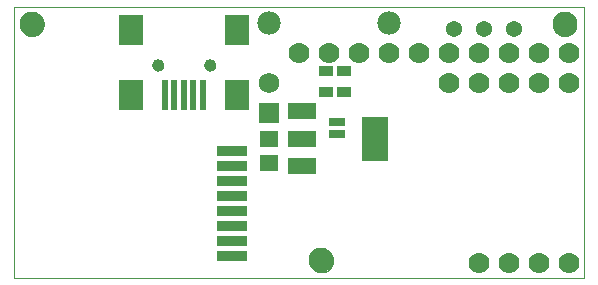
<source format=gbs>
G75*
%MOIN*%
%OFA0B0*%
%FSLAX25Y25*%
%IPPOS*%
%LPD*%
%AMOC8*
5,1,8,0,0,1.08239X$1,22.5*
%
%ADD10C,0.00000*%
%ADD11C,0.08274*%
%ADD12C,0.07000*%
%ADD13C,0.05400*%
%ADD14C,0.07800*%
%ADD15R,0.02369X0.10243*%
%ADD16R,0.08274X0.10243*%
%ADD17C,0.03943*%
%ADD18R,0.10400X0.03400*%
%ADD19R,0.09200X0.05200*%
%ADD20R,0.09061X0.14573*%
%ADD21R,0.05400X0.02900*%
%ADD22R,0.06900X0.06900*%
%ADD23C,0.06900*%
%ADD24R,0.06306X0.05518*%
%ADD25R,0.05124X0.03550*%
D10*
X0001250Y0006360D02*
X0001250Y0096911D01*
X0191250Y0096911D01*
X0191250Y0006360D01*
X0001250Y0006360D01*
X0099675Y0012266D02*
X0099677Y0012391D01*
X0099683Y0012516D01*
X0099693Y0012640D01*
X0099707Y0012764D01*
X0099724Y0012888D01*
X0099746Y0013011D01*
X0099772Y0013133D01*
X0099801Y0013255D01*
X0099834Y0013375D01*
X0099872Y0013494D01*
X0099912Y0013613D01*
X0099957Y0013729D01*
X0100005Y0013844D01*
X0100057Y0013958D01*
X0100113Y0014070D01*
X0100172Y0014180D01*
X0100234Y0014288D01*
X0100300Y0014395D01*
X0100369Y0014499D01*
X0100442Y0014600D01*
X0100517Y0014700D01*
X0100596Y0014797D01*
X0100678Y0014891D01*
X0100763Y0014983D01*
X0100850Y0015072D01*
X0100941Y0015158D01*
X0101034Y0015241D01*
X0101130Y0015322D01*
X0101228Y0015399D01*
X0101328Y0015473D01*
X0101431Y0015544D01*
X0101536Y0015611D01*
X0101644Y0015676D01*
X0101753Y0015736D01*
X0101864Y0015794D01*
X0101977Y0015847D01*
X0102091Y0015897D01*
X0102207Y0015944D01*
X0102324Y0015986D01*
X0102443Y0016025D01*
X0102563Y0016061D01*
X0102684Y0016092D01*
X0102806Y0016120D01*
X0102928Y0016143D01*
X0103052Y0016163D01*
X0103176Y0016179D01*
X0103300Y0016191D01*
X0103425Y0016199D01*
X0103550Y0016203D01*
X0103674Y0016203D01*
X0103799Y0016199D01*
X0103924Y0016191D01*
X0104048Y0016179D01*
X0104172Y0016163D01*
X0104296Y0016143D01*
X0104418Y0016120D01*
X0104540Y0016092D01*
X0104661Y0016061D01*
X0104781Y0016025D01*
X0104900Y0015986D01*
X0105017Y0015944D01*
X0105133Y0015897D01*
X0105247Y0015847D01*
X0105360Y0015794D01*
X0105471Y0015736D01*
X0105581Y0015676D01*
X0105688Y0015611D01*
X0105793Y0015544D01*
X0105896Y0015473D01*
X0105996Y0015399D01*
X0106094Y0015322D01*
X0106190Y0015241D01*
X0106283Y0015158D01*
X0106374Y0015072D01*
X0106461Y0014983D01*
X0106546Y0014891D01*
X0106628Y0014797D01*
X0106707Y0014700D01*
X0106782Y0014600D01*
X0106855Y0014499D01*
X0106924Y0014395D01*
X0106990Y0014288D01*
X0107052Y0014180D01*
X0107111Y0014070D01*
X0107167Y0013958D01*
X0107219Y0013844D01*
X0107267Y0013729D01*
X0107312Y0013613D01*
X0107352Y0013494D01*
X0107390Y0013375D01*
X0107423Y0013255D01*
X0107452Y0013133D01*
X0107478Y0013011D01*
X0107500Y0012888D01*
X0107517Y0012764D01*
X0107531Y0012640D01*
X0107541Y0012516D01*
X0107547Y0012391D01*
X0107549Y0012266D01*
X0107547Y0012141D01*
X0107541Y0012016D01*
X0107531Y0011892D01*
X0107517Y0011768D01*
X0107500Y0011644D01*
X0107478Y0011521D01*
X0107452Y0011399D01*
X0107423Y0011277D01*
X0107390Y0011157D01*
X0107352Y0011038D01*
X0107312Y0010919D01*
X0107267Y0010803D01*
X0107219Y0010688D01*
X0107167Y0010574D01*
X0107111Y0010462D01*
X0107052Y0010352D01*
X0106990Y0010244D01*
X0106924Y0010137D01*
X0106855Y0010033D01*
X0106782Y0009932D01*
X0106707Y0009832D01*
X0106628Y0009735D01*
X0106546Y0009641D01*
X0106461Y0009549D01*
X0106374Y0009460D01*
X0106283Y0009374D01*
X0106190Y0009291D01*
X0106094Y0009210D01*
X0105996Y0009133D01*
X0105896Y0009059D01*
X0105793Y0008988D01*
X0105688Y0008921D01*
X0105580Y0008856D01*
X0105471Y0008796D01*
X0105360Y0008738D01*
X0105247Y0008685D01*
X0105133Y0008635D01*
X0105017Y0008588D01*
X0104900Y0008546D01*
X0104781Y0008507D01*
X0104661Y0008471D01*
X0104540Y0008440D01*
X0104418Y0008412D01*
X0104296Y0008389D01*
X0104172Y0008369D01*
X0104048Y0008353D01*
X0103924Y0008341D01*
X0103799Y0008333D01*
X0103674Y0008329D01*
X0103550Y0008329D01*
X0103425Y0008333D01*
X0103300Y0008341D01*
X0103176Y0008353D01*
X0103052Y0008369D01*
X0102928Y0008389D01*
X0102806Y0008412D01*
X0102684Y0008440D01*
X0102563Y0008471D01*
X0102443Y0008507D01*
X0102324Y0008546D01*
X0102207Y0008588D01*
X0102091Y0008635D01*
X0101977Y0008685D01*
X0101864Y0008738D01*
X0101753Y0008796D01*
X0101643Y0008856D01*
X0101536Y0008921D01*
X0101431Y0008988D01*
X0101328Y0009059D01*
X0101228Y0009133D01*
X0101130Y0009210D01*
X0101034Y0009291D01*
X0100941Y0009374D01*
X0100850Y0009460D01*
X0100763Y0009549D01*
X0100678Y0009641D01*
X0100596Y0009735D01*
X0100517Y0009832D01*
X0100442Y0009932D01*
X0100369Y0010033D01*
X0100300Y0010137D01*
X0100234Y0010244D01*
X0100172Y0010352D01*
X0100113Y0010462D01*
X0100057Y0010574D01*
X0100005Y0010688D01*
X0099957Y0010803D01*
X0099912Y0010919D01*
X0099872Y0011038D01*
X0099834Y0011157D01*
X0099801Y0011277D01*
X0099772Y0011399D01*
X0099746Y0011521D01*
X0099724Y0011644D01*
X0099707Y0011768D01*
X0099693Y0011892D01*
X0099683Y0012016D01*
X0099677Y0012141D01*
X0099675Y0012266D01*
X0064639Y0077360D02*
X0064641Y0077444D01*
X0064647Y0077527D01*
X0064657Y0077610D01*
X0064671Y0077693D01*
X0064688Y0077775D01*
X0064710Y0077856D01*
X0064735Y0077935D01*
X0064764Y0078014D01*
X0064797Y0078091D01*
X0064833Y0078166D01*
X0064873Y0078240D01*
X0064916Y0078312D01*
X0064963Y0078381D01*
X0065013Y0078448D01*
X0065066Y0078513D01*
X0065122Y0078575D01*
X0065180Y0078635D01*
X0065242Y0078692D01*
X0065306Y0078745D01*
X0065373Y0078796D01*
X0065442Y0078843D01*
X0065513Y0078888D01*
X0065586Y0078928D01*
X0065661Y0078965D01*
X0065738Y0078999D01*
X0065816Y0079029D01*
X0065895Y0079055D01*
X0065976Y0079078D01*
X0066058Y0079096D01*
X0066140Y0079111D01*
X0066223Y0079122D01*
X0066306Y0079129D01*
X0066390Y0079132D01*
X0066474Y0079131D01*
X0066557Y0079126D01*
X0066641Y0079117D01*
X0066723Y0079104D01*
X0066805Y0079088D01*
X0066886Y0079067D01*
X0066967Y0079043D01*
X0067045Y0079015D01*
X0067123Y0078983D01*
X0067199Y0078947D01*
X0067273Y0078908D01*
X0067345Y0078866D01*
X0067415Y0078820D01*
X0067483Y0078771D01*
X0067548Y0078719D01*
X0067611Y0078664D01*
X0067671Y0078606D01*
X0067729Y0078545D01*
X0067783Y0078481D01*
X0067835Y0078415D01*
X0067883Y0078347D01*
X0067928Y0078276D01*
X0067969Y0078203D01*
X0068008Y0078129D01*
X0068042Y0078053D01*
X0068073Y0077975D01*
X0068100Y0077896D01*
X0068124Y0077815D01*
X0068143Y0077734D01*
X0068159Y0077652D01*
X0068171Y0077569D01*
X0068179Y0077485D01*
X0068183Y0077402D01*
X0068183Y0077318D01*
X0068179Y0077235D01*
X0068171Y0077151D01*
X0068159Y0077068D01*
X0068143Y0076986D01*
X0068124Y0076905D01*
X0068100Y0076824D01*
X0068073Y0076745D01*
X0068042Y0076667D01*
X0068008Y0076591D01*
X0067969Y0076517D01*
X0067928Y0076444D01*
X0067883Y0076373D01*
X0067835Y0076305D01*
X0067783Y0076239D01*
X0067729Y0076175D01*
X0067671Y0076114D01*
X0067611Y0076056D01*
X0067548Y0076001D01*
X0067483Y0075949D01*
X0067415Y0075900D01*
X0067345Y0075854D01*
X0067273Y0075812D01*
X0067199Y0075773D01*
X0067123Y0075737D01*
X0067045Y0075705D01*
X0066967Y0075677D01*
X0066886Y0075653D01*
X0066805Y0075632D01*
X0066723Y0075616D01*
X0066641Y0075603D01*
X0066557Y0075594D01*
X0066474Y0075589D01*
X0066390Y0075588D01*
X0066306Y0075591D01*
X0066223Y0075598D01*
X0066140Y0075609D01*
X0066058Y0075624D01*
X0065976Y0075642D01*
X0065895Y0075665D01*
X0065816Y0075691D01*
X0065738Y0075721D01*
X0065661Y0075755D01*
X0065586Y0075792D01*
X0065513Y0075832D01*
X0065442Y0075877D01*
X0065373Y0075924D01*
X0065306Y0075975D01*
X0065242Y0076028D01*
X0065180Y0076085D01*
X0065122Y0076145D01*
X0065066Y0076207D01*
X0065013Y0076272D01*
X0064963Y0076339D01*
X0064916Y0076408D01*
X0064873Y0076480D01*
X0064833Y0076554D01*
X0064797Y0076629D01*
X0064764Y0076706D01*
X0064735Y0076785D01*
X0064710Y0076864D01*
X0064688Y0076945D01*
X0064671Y0077027D01*
X0064657Y0077110D01*
X0064647Y0077193D01*
X0064641Y0077276D01*
X0064639Y0077360D01*
X0047317Y0077360D02*
X0047319Y0077444D01*
X0047325Y0077527D01*
X0047335Y0077610D01*
X0047349Y0077693D01*
X0047366Y0077775D01*
X0047388Y0077856D01*
X0047413Y0077935D01*
X0047442Y0078014D01*
X0047475Y0078091D01*
X0047511Y0078166D01*
X0047551Y0078240D01*
X0047594Y0078312D01*
X0047641Y0078381D01*
X0047691Y0078448D01*
X0047744Y0078513D01*
X0047800Y0078575D01*
X0047858Y0078635D01*
X0047920Y0078692D01*
X0047984Y0078745D01*
X0048051Y0078796D01*
X0048120Y0078843D01*
X0048191Y0078888D01*
X0048264Y0078928D01*
X0048339Y0078965D01*
X0048416Y0078999D01*
X0048494Y0079029D01*
X0048573Y0079055D01*
X0048654Y0079078D01*
X0048736Y0079096D01*
X0048818Y0079111D01*
X0048901Y0079122D01*
X0048984Y0079129D01*
X0049068Y0079132D01*
X0049152Y0079131D01*
X0049235Y0079126D01*
X0049319Y0079117D01*
X0049401Y0079104D01*
X0049483Y0079088D01*
X0049564Y0079067D01*
X0049645Y0079043D01*
X0049723Y0079015D01*
X0049801Y0078983D01*
X0049877Y0078947D01*
X0049951Y0078908D01*
X0050023Y0078866D01*
X0050093Y0078820D01*
X0050161Y0078771D01*
X0050226Y0078719D01*
X0050289Y0078664D01*
X0050349Y0078606D01*
X0050407Y0078545D01*
X0050461Y0078481D01*
X0050513Y0078415D01*
X0050561Y0078347D01*
X0050606Y0078276D01*
X0050647Y0078203D01*
X0050686Y0078129D01*
X0050720Y0078053D01*
X0050751Y0077975D01*
X0050778Y0077896D01*
X0050802Y0077815D01*
X0050821Y0077734D01*
X0050837Y0077652D01*
X0050849Y0077569D01*
X0050857Y0077485D01*
X0050861Y0077402D01*
X0050861Y0077318D01*
X0050857Y0077235D01*
X0050849Y0077151D01*
X0050837Y0077068D01*
X0050821Y0076986D01*
X0050802Y0076905D01*
X0050778Y0076824D01*
X0050751Y0076745D01*
X0050720Y0076667D01*
X0050686Y0076591D01*
X0050647Y0076517D01*
X0050606Y0076444D01*
X0050561Y0076373D01*
X0050513Y0076305D01*
X0050461Y0076239D01*
X0050407Y0076175D01*
X0050349Y0076114D01*
X0050289Y0076056D01*
X0050226Y0076001D01*
X0050161Y0075949D01*
X0050093Y0075900D01*
X0050023Y0075854D01*
X0049951Y0075812D01*
X0049877Y0075773D01*
X0049801Y0075737D01*
X0049723Y0075705D01*
X0049645Y0075677D01*
X0049564Y0075653D01*
X0049483Y0075632D01*
X0049401Y0075616D01*
X0049319Y0075603D01*
X0049235Y0075594D01*
X0049152Y0075589D01*
X0049068Y0075588D01*
X0048984Y0075591D01*
X0048901Y0075598D01*
X0048818Y0075609D01*
X0048736Y0075624D01*
X0048654Y0075642D01*
X0048573Y0075665D01*
X0048494Y0075691D01*
X0048416Y0075721D01*
X0048339Y0075755D01*
X0048264Y0075792D01*
X0048191Y0075832D01*
X0048120Y0075877D01*
X0048051Y0075924D01*
X0047984Y0075975D01*
X0047920Y0076028D01*
X0047858Y0076085D01*
X0047800Y0076145D01*
X0047744Y0076207D01*
X0047691Y0076272D01*
X0047641Y0076339D01*
X0047594Y0076408D01*
X0047551Y0076480D01*
X0047511Y0076554D01*
X0047475Y0076629D01*
X0047442Y0076706D01*
X0047413Y0076785D01*
X0047388Y0076864D01*
X0047366Y0076945D01*
X0047349Y0077027D01*
X0047335Y0077110D01*
X0047325Y0077193D01*
X0047319Y0077276D01*
X0047317Y0077360D01*
X0003219Y0091006D02*
X0003221Y0091131D01*
X0003227Y0091256D01*
X0003237Y0091380D01*
X0003251Y0091504D01*
X0003268Y0091628D01*
X0003290Y0091751D01*
X0003316Y0091873D01*
X0003345Y0091995D01*
X0003378Y0092115D01*
X0003416Y0092234D01*
X0003456Y0092353D01*
X0003501Y0092469D01*
X0003549Y0092584D01*
X0003601Y0092698D01*
X0003657Y0092810D01*
X0003716Y0092920D01*
X0003778Y0093028D01*
X0003844Y0093135D01*
X0003913Y0093239D01*
X0003986Y0093340D01*
X0004061Y0093440D01*
X0004140Y0093537D01*
X0004222Y0093631D01*
X0004307Y0093723D01*
X0004394Y0093812D01*
X0004485Y0093898D01*
X0004578Y0093981D01*
X0004674Y0094062D01*
X0004772Y0094139D01*
X0004872Y0094213D01*
X0004975Y0094284D01*
X0005080Y0094351D01*
X0005188Y0094416D01*
X0005297Y0094476D01*
X0005408Y0094534D01*
X0005521Y0094587D01*
X0005635Y0094637D01*
X0005751Y0094684D01*
X0005868Y0094726D01*
X0005987Y0094765D01*
X0006107Y0094801D01*
X0006228Y0094832D01*
X0006350Y0094860D01*
X0006472Y0094883D01*
X0006596Y0094903D01*
X0006720Y0094919D01*
X0006844Y0094931D01*
X0006969Y0094939D01*
X0007094Y0094943D01*
X0007218Y0094943D01*
X0007343Y0094939D01*
X0007468Y0094931D01*
X0007592Y0094919D01*
X0007716Y0094903D01*
X0007840Y0094883D01*
X0007962Y0094860D01*
X0008084Y0094832D01*
X0008205Y0094801D01*
X0008325Y0094765D01*
X0008444Y0094726D01*
X0008561Y0094684D01*
X0008677Y0094637D01*
X0008791Y0094587D01*
X0008904Y0094534D01*
X0009015Y0094476D01*
X0009125Y0094416D01*
X0009232Y0094351D01*
X0009337Y0094284D01*
X0009440Y0094213D01*
X0009540Y0094139D01*
X0009638Y0094062D01*
X0009734Y0093981D01*
X0009827Y0093898D01*
X0009918Y0093812D01*
X0010005Y0093723D01*
X0010090Y0093631D01*
X0010172Y0093537D01*
X0010251Y0093440D01*
X0010326Y0093340D01*
X0010399Y0093239D01*
X0010468Y0093135D01*
X0010534Y0093028D01*
X0010596Y0092920D01*
X0010655Y0092810D01*
X0010711Y0092698D01*
X0010763Y0092584D01*
X0010811Y0092469D01*
X0010856Y0092353D01*
X0010896Y0092234D01*
X0010934Y0092115D01*
X0010967Y0091995D01*
X0010996Y0091873D01*
X0011022Y0091751D01*
X0011044Y0091628D01*
X0011061Y0091504D01*
X0011075Y0091380D01*
X0011085Y0091256D01*
X0011091Y0091131D01*
X0011093Y0091006D01*
X0011091Y0090881D01*
X0011085Y0090756D01*
X0011075Y0090632D01*
X0011061Y0090508D01*
X0011044Y0090384D01*
X0011022Y0090261D01*
X0010996Y0090139D01*
X0010967Y0090017D01*
X0010934Y0089897D01*
X0010896Y0089778D01*
X0010856Y0089659D01*
X0010811Y0089543D01*
X0010763Y0089428D01*
X0010711Y0089314D01*
X0010655Y0089202D01*
X0010596Y0089092D01*
X0010534Y0088984D01*
X0010468Y0088877D01*
X0010399Y0088773D01*
X0010326Y0088672D01*
X0010251Y0088572D01*
X0010172Y0088475D01*
X0010090Y0088381D01*
X0010005Y0088289D01*
X0009918Y0088200D01*
X0009827Y0088114D01*
X0009734Y0088031D01*
X0009638Y0087950D01*
X0009540Y0087873D01*
X0009440Y0087799D01*
X0009337Y0087728D01*
X0009232Y0087661D01*
X0009124Y0087596D01*
X0009015Y0087536D01*
X0008904Y0087478D01*
X0008791Y0087425D01*
X0008677Y0087375D01*
X0008561Y0087328D01*
X0008444Y0087286D01*
X0008325Y0087247D01*
X0008205Y0087211D01*
X0008084Y0087180D01*
X0007962Y0087152D01*
X0007840Y0087129D01*
X0007716Y0087109D01*
X0007592Y0087093D01*
X0007468Y0087081D01*
X0007343Y0087073D01*
X0007218Y0087069D01*
X0007094Y0087069D01*
X0006969Y0087073D01*
X0006844Y0087081D01*
X0006720Y0087093D01*
X0006596Y0087109D01*
X0006472Y0087129D01*
X0006350Y0087152D01*
X0006228Y0087180D01*
X0006107Y0087211D01*
X0005987Y0087247D01*
X0005868Y0087286D01*
X0005751Y0087328D01*
X0005635Y0087375D01*
X0005521Y0087425D01*
X0005408Y0087478D01*
X0005297Y0087536D01*
X0005187Y0087596D01*
X0005080Y0087661D01*
X0004975Y0087728D01*
X0004872Y0087799D01*
X0004772Y0087873D01*
X0004674Y0087950D01*
X0004578Y0088031D01*
X0004485Y0088114D01*
X0004394Y0088200D01*
X0004307Y0088289D01*
X0004222Y0088381D01*
X0004140Y0088475D01*
X0004061Y0088572D01*
X0003986Y0088672D01*
X0003913Y0088773D01*
X0003844Y0088877D01*
X0003778Y0088984D01*
X0003716Y0089092D01*
X0003657Y0089202D01*
X0003601Y0089314D01*
X0003549Y0089428D01*
X0003501Y0089543D01*
X0003456Y0089659D01*
X0003416Y0089778D01*
X0003378Y0089897D01*
X0003345Y0090017D01*
X0003316Y0090139D01*
X0003290Y0090261D01*
X0003268Y0090384D01*
X0003251Y0090508D01*
X0003237Y0090632D01*
X0003227Y0090756D01*
X0003221Y0090881D01*
X0003219Y0091006D01*
X0180778Y0091006D02*
X0180780Y0091131D01*
X0180786Y0091256D01*
X0180796Y0091380D01*
X0180810Y0091504D01*
X0180827Y0091628D01*
X0180849Y0091751D01*
X0180875Y0091873D01*
X0180904Y0091995D01*
X0180937Y0092115D01*
X0180975Y0092234D01*
X0181015Y0092353D01*
X0181060Y0092469D01*
X0181108Y0092584D01*
X0181160Y0092698D01*
X0181216Y0092810D01*
X0181275Y0092920D01*
X0181337Y0093028D01*
X0181403Y0093135D01*
X0181472Y0093239D01*
X0181545Y0093340D01*
X0181620Y0093440D01*
X0181699Y0093537D01*
X0181781Y0093631D01*
X0181866Y0093723D01*
X0181953Y0093812D01*
X0182044Y0093898D01*
X0182137Y0093981D01*
X0182233Y0094062D01*
X0182331Y0094139D01*
X0182431Y0094213D01*
X0182534Y0094284D01*
X0182639Y0094351D01*
X0182747Y0094416D01*
X0182856Y0094476D01*
X0182967Y0094534D01*
X0183080Y0094587D01*
X0183194Y0094637D01*
X0183310Y0094684D01*
X0183427Y0094726D01*
X0183546Y0094765D01*
X0183666Y0094801D01*
X0183787Y0094832D01*
X0183909Y0094860D01*
X0184031Y0094883D01*
X0184155Y0094903D01*
X0184279Y0094919D01*
X0184403Y0094931D01*
X0184528Y0094939D01*
X0184653Y0094943D01*
X0184777Y0094943D01*
X0184902Y0094939D01*
X0185027Y0094931D01*
X0185151Y0094919D01*
X0185275Y0094903D01*
X0185399Y0094883D01*
X0185521Y0094860D01*
X0185643Y0094832D01*
X0185764Y0094801D01*
X0185884Y0094765D01*
X0186003Y0094726D01*
X0186120Y0094684D01*
X0186236Y0094637D01*
X0186350Y0094587D01*
X0186463Y0094534D01*
X0186574Y0094476D01*
X0186684Y0094416D01*
X0186791Y0094351D01*
X0186896Y0094284D01*
X0186999Y0094213D01*
X0187099Y0094139D01*
X0187197Y0094062D01*
X0187293Y0093981D01*
X0187386Y0093898D01*
X0187477Y0093812D01*
X0187564Y0093723D01*
X0187649Y0093631D01*
X0187731Y0093537D01*
X0187810Y0093440D01*
X0187885Y0093340D01*
X0187958Y0093239D01*
X0188027Y0093135D01*
X0188093Y0093028D01*
X0188155Y0092920D01*
X0188214Y0092810D01*
X0188270Y0092698D01*
X0188322Y0092584D01*
X0188370Y0092469D01*
X0188415Y0092353D01*
X0188455Y0092234D01*
X0188493Y0092115D01*
X0188526Y0091995D01*
X0188555Y0091873D01*
X0188581Y0091751D01*
X0188603Y0091628D01*
X0188620Y0091504D01*
X0188634Y0091380D01*
X0188644Y0091256D01*
X0188650Y0091131D01*
X0188652Y0091006D01*
X0188650Y0090881D01*
X0188644Y0090756D01*
X0188634Y0090632D01*
X0188620Y0090508D01*
X0188603Y0090384D01*
X0188581Y0090261D01*
X0188555Y0090139D01*
X0188526Y0090017D01*
X0188493Y0089897D01*
X0188455Y0089778D01*
X0188415Y0089659D01*
X0188370Y0089543D01*
X0188322Y0089428D01*
X0188270Y0089314D01*
X0188214Y0089202D01*
X0188155Y0089092D01*
X0188093Y0088984D01*
X0188027Y0088877D01*
X0187958Y0088773D01*
X0187885Y0088672D01*
X0187810Y0088572D01*
X0187731Y0088475D01*
X0187649Y0088381D01*
X0187564Y0088289D01*
X0187477Y0088200D01*
X0187386Y0088114D01*
X0187293Y0088031D01*
X0187197Y0087950D01*
X0187099Y0087873D01*
X0186999Y0087799D01*
X0186896Y0087728D01*
X0186791Y0087661D01*
X0186683Y0087596D01*
X0186574Y0087536D01*
X0186463Y0087478D01*
X0186350Y0087425D01*
X0186236Y0087375D01*
X0186120Y0087328D01*
X0186003Y0087286D01*
X0185884Y0087247D01*
X0185764Y0087211D01*
X0185643Y0087180D01*
X0185521Y0087152D01*
X0185399Y0087129D01*
X0185275Y0087109D01*
X0185151Y0087093D01*
X0185027Y0087081D01*
X0184902Y0087073D01*
X0184777Y0087069D01*
X0184653Y0087069D01*
X0184528Y0087073D01*
X0184403Y0087081D01*
X0184279Y0087093D01*
X0184155Y0087109D01*
X0184031Y0087129D01*
X0183909Y0087152D01*
X0183787Y0087180D01*
X0183666Y0087211D01*
X0183546Y0087247D01*
X0183427Y0087286D01*
X0183310Y0087328D01*
X0183194Y0087375D01*
X0183080Y0087425D01*
X0182967Y0087478D01*
X0182856Y0087536D01*
X0182746Y0087596D01*
X0182639Y0087661D01*
X0182534Y0087728D01*
X0182431Y0087799D01*
X0182331Y0087873D01*
X0182233Y0087950D01*
X0182137Y0088031D01*
X0182044Y0088114D01*
X0181953Y0088200D01*
X0181866Y0088289D01*
X0181781Y0088381D01*
X0181699Y0088475D01*
X0181620Y0088572D01*
X0181545Y0088672D01*
X0181472Y0088773D01*
X0181403Y0088877D01*
X0181337Y0088984D01*
X0181275Y0089092D01*
X0181216Y0089202D01*
X0181160Y0089314D01*
X0181108Y0089428D01*
X0181060Y0089543D01*
X0181015Y0089659D01*
X0180975Y0089778D01*
X0180937Y0089897D01*
X0180904Y0090017D01*
X0180875Y0090139D01*
X0180849Y0090261D01*
X0180827Y0090384D01*
X0180810Y0090508D01*
X0180796Y0090632D01*
X0180786Y0090756D01*
X0180780Y0090881D01*
X0180778Y0091006D01*
D11*
X0184715Y0091006D03*
X0103612Y0012266D03*
X0007156Y0091006D03*
D12*
X0096250Y0081360D03*
X0106250Y0081360D03*
X0116250Y0081360D03*
X0126250Y0081360D03*
X0136250Y0081360D03*
X0146250Y0081360D03*
X0156250Y0081360D03*
X0166250Y0081360D03*
X0176250Y0081360D03*
X0186250Y0081360D03*
X0186250Y0071360D03*
X0176250Y0071360D03*
X0166250Y0071360D03*
X0156250Y0071360D03*
X0146250Y0071360D03*
X0156250Y0011360D03*
X0166250Y0011360D03*
X0176250Y0011360D03*
X0186250Y0011360D03*
D13*
X0167667Y0089506D03*
X0157825Y0089506D03*
X0147982Y0089506D03*
D14*
X0126132Y0091360D03*
X0086132Y0091360D03*
D15*
X0064049Y0067517D03*
X0060900Y0067517D03*
X0057750Y0067517D03*
X0054600Y0067517D03*
X0051451Y0067517D03*
D16*
X0040033Y0067517D03*
X0075467Y0067517D03*
X0075467Y0089171D03*
X0040033Y0089171D03*
D17*
X0049089Y0077360D03*
X0066411Y0077360D03*
D18*
X0073750Y0048860D03*
X0073750Y0043860D03*
X0073750Y0038860D03*
X0073750Y0033860D03*
X0073750Y0028860D03*
X0073750Y0023860D03*
X0073750Y0018860D03*
X0073750Y0013860D03*
D19*
X0097050Y0043760D03*
X0097050Y0052860D03*
X0097050Y0061960D03*
D20*
X0121451Y0052860D03*
D21*
X0108750Y0054388D03*
X0108750Y0058332D03*
D22*
X0086250Y0061360D03*
D23*
X0086250Y0071360D03*
D24*
X0086250Y0052797D03*
X0086250Y0044923D03*
D25*
X0105250Y0068317D03*
X0111250Y0068317D03*
X0111250Y0075403D03*
X0105250Y0075403D03*
M02*

</source>
